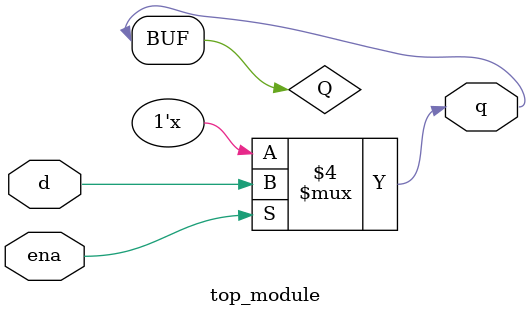
<source format=v>
module top_module (
    input d, 
    input ena,
    output q
); 
    reg Q = 0;
    always@ (ena or d)begin
        if(ena)
           Q = d; 
    end 
    assign q = Q;
endmodule
</source>
